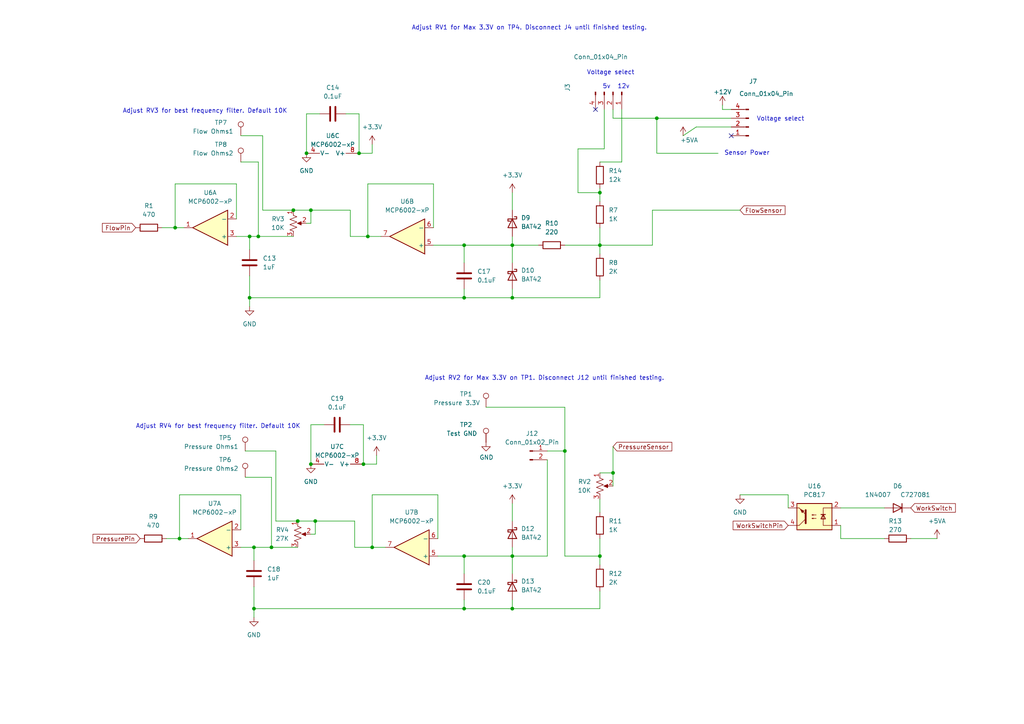
<source format=kicad_sch>
(kicad_sch (version 20231120) (generator "eeschema") (generator_version "8.0")
  (paper "A4")
  (title_block (title "Sensors") (date "2024-10-30"))
  (lib_symbols
    (symbol "RC17Symbols:1N4007" (pin_numbers hide) (pin_names hide)
      (property "Reference" "D" (at 0 2.54 0))
      (property "Value" "1N4007" (at 0 -2.54 0))
      (symbol "1N4007_0_1"
        (polyline (pts (xy -1.27 1.27) (xy -1.27 -1.27)) (stroke (width 0.254)))
        (polyline (pts (xy 1.27 0) (xy -1.27 0)))
        (polyline (pts (xy 1.27 1.27) (xy 1.27 -1.27) (xy -1.27 0) (xy 1.27 1.27)) (stroke (width 0.254)))
      )
      (symbol "1N4007_1_1"
        (pin passive line (at -3.81 0 0) (length 2.54) (name "K") (number "1"))
        (pin passive line (at 3.81 0 180) (length 2.54) (name "A") (number "2"))
      )
    )
    (symbol "RC17Symbols:BAT42" (pin_numbers hide) (pin_names (offset 1.016) hide)
      (property "Reference" "D" (at 0 2.54 0))
      (property "Value" "BAT42" (at 0 -2.54 0))
      (symbol "BAT42_0_1"
        (polyline (pts (xy 1.27 0) (xy -1.27 0)))
        (polyline (pts (xy 1.27 1.27) (xy 1.27 -1.27) (xy -1.27 0) (xy 1.27 1.27)) (stroke (width 0.254)))
        (polyline (pts (xy -1.905 0.635) (xy -1.905 1.27) (xy -1.27 1.27) (xy -1.27 -1.27) (xy -0.635 -1.27) (xy -0.635 -0.635)) (stroke (width 0.254)))
      )
      (symbol "BAT42_1_1"
        (pin passive line (at -3.81 0 0) (length 2.54) (name "K") (number "1"))
        (pin passive line (at 3.81 0 180) (length 2.54) (name "A") (number "2"))
      )
    )
    (symbol "RC17Symbols:C" (pin_numbers hide) (pin_names (offset 0.254))
      (property "Reference" "C" (at 0.635 2.54 0))
      (property "Value" "C" (at 0.635 -2.54 0))
      (symbol "C_0_1"
        (polyline (pts (xy -2.032 -0.762) (xy 2.032 -0.762)) (stroke (width 0.508)))
        (polyline (pts (xy -2.032 0.762) (xy 2.032 0.762)) (stroke (width 0.508)))
      )
      (symbol "C_1_1"
        (pin passive line (at 0 3.81 270) (length 2.794) (name "~") (number "1"))
        (pin passive line (at 0 -3.81 90) (length 2.794) (name "~") (number "2"))
      )
    )
    (symbol "RC17Symbols:Conn_01x02_Pin" (pin_names (offset 1.016) hide)
      (property "Reference" "J" (at 0 2.54 0))
      (property "Value" "Conn_01x02_Pin" (at 0 -5.08 0))
      (symbol "Conn_01x02_Pin_1_1"
        (polyline (pts (xy 1.27 -2.54) (xy 0.8636 -2.54)) (stroke (width 0.1524)))
        (polyline (pts (xy 1.27 0) (xy 0.8636 0)) (stroke (width 0.1524)))
        (rectangle (start 0.8636 -2.413) (end 0 -2.667) (stroke (width 0.1524)) (fill (type outline)))
        (rectangle (start 0.8636 0.127) (end 0 -0.127) (stroke (width 0.1524)) (fill (type outline)))
        (pin passive line (at 5.08 0 180) (length 3.81) (name "Pin_1") (number "1"))
        (pin passive line (at 5.08 -2.54 180) (length 3.81) (name "Pin_2") (number "2"))
      )
    )
    (symbol "RC17Symbols:Conn_01x04_Pin" (pin_names (offset 1.016) hide)
      (property "Reference" "J" (at 0 5.08 0))
      (property "Value" "Conn_01x04_Pin" (at 0 -7.62 0))
      (symbol "Conn_01x04_Pin_1_1"
        (polyline (pts (xy 1.27 -5.08) (xy 0.8636 -5.08)) (stroke (width 0.1524)))
        (polyline (pts (xy 1.27 -2.54) (xy 0.8636 -2.54)) (stroke (width 0.1524)))
        (polyline (pts (xy 1.27 0) (xy 0.8636 0)) (stroke (width 0.1524)))
        (polyline (pts (xy 1.27 2.54) (xy 0.8636 2.54)) (stroke (width 0.1524)))
        (rectangle (start 0.8636 -4.953) (end 0 -5.207) (stroke (width 0.1524)) (fill (type outline)))
        (rectangle (start 0.8636 -2.413) (end 0 -2.667) (stroke (width 0.1524)) (fill (type outline)))
        (rectangle (start 0.8636 0.127) (end 0 -0.127) (stroke (width 0.1524)) (fill (type outline)))
        (rectangle (start 0.8636 2.667) (end 0 2.413) (stroke (width 0.1524)) (fill (type outline)))
        (pin passive line (at 5.08 2.54 180) (length 3.81) (name "Pin_1") (number "1"))
        (pin passive line (at 5.08 0 180) (length 3.81) (name "Pin_2") (number "2"))
        (pin passive line (at 5.08 -2.54 180) (length 3.81) (name "Pin_3") (number "3"))
        (pin passive line (at 5.08 -5.08 180) (length 3.81) (name "Pin_4") (number "4"))
      )
    )
    (symbol "RC17Symbols:MCP6002-xP" (pin_names (offset 0.127))
      (property "Reference" "U" (at 0 5.08 0))
      (property "Value" "MCP6002-xP" (at 0 -5.08 0))
      (symbol "MCP6002-xP_1_1"
        (polyline (pts (xy -5.08 5.08) (xy 5.08 0) (xy -5.08 -5.08) (xy -5.08 5.08)) (stroke (width 0.254)) (fill (type background)))
        (pin output line (at 7.62 0 180) (length 2.54) (name "~") (number "1"))
        (pin input line (at -7.62 -2.54 0) (length 2.54) (name "-") (number "2"))
        (pin input line (at -7.62 2.54 0) (length 2.54) (name "+") (number "3"))
      )
      (symbol "MCP6002-xP_2_1"
        (polyline (pts (xy -5.08 5.08) (xy 5.08 0) (xy -5.08 -5.08) (xy -5.08 5.08)) (stroke (width 0.254)) (fill (type background)))
        (pin input line (at -7.62 2.54 0) (length 2.54) (name "+") (number "5"))
        (pin input line (at -7.62 -2.54 0) (length 2.54) (name "-") (number "6"))
        (pin output line (at 7.62 0 180) (length 2.54) (name "~") (number "7"))
      )
      (symbol "MCP6002-xP_3_1"
        (pin power_in line (at -2.54 -7.62 90) (length 3.81) (name "V-") (number "4"))
        (pin power_in line (at -2.54 7.62 270) (length 3.81) (name "V+") (number "8"))
      )
    )
    (symbol "RC17Symbols:PC817" (pin_names (offset 1.016))
      (property "Reference" "U" (at -5.08 5.08 0))
      (property "Value" "PC817" (at 0 5.08 0))
      (symbol "PC817_0_1"
        (rectangle (start -5.08 3.81) (end 5.08 -3.81) (stroke (width 0.254)) (fill (type background)))
        (polyline (pts (xy -3.175 -0.635) (xy -1.905 -0.635)) (stroke (width 0.254)))
        (polyline (pts (xy 2.54 0.635) (xy 4.445 2.54)))
        (polyline (pts (xy 4.445 -2.54) (xy 2.54 -0.635)) (fill (type outline)))
        (polyline (pts (xy 4.445 -2.54) (xy 5.08 -2.54)))
        (polyline (pts (xy 4.445 2.54) (xy 5.08 2.54)))
        (polyline (pts (xy -5.08 2.54) (xy -2.54 2.54) (xy -2.54 -0.635)))
        (polyline (pts (xy -2.54 -0.635) (xy -2.54 -2.54) (xy -5.08 -2.54)))
        (polyline (pts (xy 2.54 1.905) (xy 2.54 -1.905) (xy 2.54 -1.905)) (stroke (width 0.508)))
        (polyline (pts (xy -2.54 -0.635) (xy -3.175 0.635) (xy -1.905 0.635) (xy -2.54 -0.635)) (stroke (width 0.254)))
        (polyline (pts (xy -0.508 -0.508) (xy 0.762 -0.508) (xy 0.381 -0.635) (xy 0.381 -0.381) (xy 0.762 -0.508)))
        (polyline (pts (xy -0.508 0.508) (xy 0.762 0.508) (xy 0.381 0.381) (xy 0.381 0.635) (xy 0.762 0.508)))
        (polyline (pts (xy 3.048 -1.651) (xy 3.556 -1.143) (xy 4.064 -2.159) (xy 3.048 -1.651) (xy 3.048 -1.651)) (fill (type outline)))
      )
      (symbol "PC817_1_1"
        (pin passive line (at -7.62 2.54 0) (length 2.54) (name "~") (number "1"))
        (pin passive line (at -7.62 -2.54 0) (length 2.54) (name "~") (number "2"))
        (pin passive line (at 7.62 -2.54 180) (length 2.54) (name "~") (number "3"))
        (pin passive line (at 7.62 2.54 180) (length 2.54) (name "~") (number "4"))
      )
    )
    (symbol "RC17Symbols:R" (pin_numbers hide) (pin_names (offset 0))
      (property "Reference" "R" (at 2.032 0 90))
      (property "Value" "R" (at 0 0 90))
      (symbol "R_0_1"
        (rectangle (start -1.016 -2.54) (end 1.016 2.54) (stroke (width 0.254)))
      )
      (symbol "R_1_1"
        (pin passive line (at 0 3.81 270) (length 1.27) (name "~") (number "1"))
        (pin passive line (at 0 -3.81 90) (length 1.27) (name "~") (number "2"))
      )
    )
    (symbol "RC17Symbols:R_Potentiometer_US" (pin_names (offset 1.016) hide)
      (property "Reference" "RV" (at -4.445 0 90))
      (property "Value" "R_Potentiometer_US" (at -2.54 0 90))
      (symbol "R_Potentiometer_US_0_1"
        (polyline (pts (xy 0 -2.286) (xy 0 -2.54)))
        (polyline (pts (xy 0 2.54) (xy 0 2.286)))
        (polyline (pts (xy 2.54 0) (xy 1.524 0)))
        (polyline (pts (xy 1.143 0) (xy 2.286 0.508) (xy 2.286 -0.508) (xy 1.143 0)) (fill (type outline)))
        (polyline (pts (xy 0 -0.762) (xy 1.016 -1.143) (xy 0 -1.524) (xy -1.016 -1.905) (xy 0 -2.286)))
        (polyline (pts (xy 0 0.762) (xy 1.016 0.381) (xy 0 0) (xy -1.016 -0.381) (xy 0 -0.762)))
        (polyline (pts (xy 0 2.286) (xy 1.016 1.905) (xy 0 1.524) (xy -1.016 1.143) (xy 0 0.762)))
      )
      (symbol "R_Potentiometer_US_1_1"
        (pin passive line (at 0 3.81 270) (length 1.27) (name "1") (number "1"))
        (pin passive line (at 3.81 0 180) (length 1.27) (name "2") (number "2"))
        (pin passive line (at 0 -3.81 90) (length 1.27) (name "3") (number "3"))
      )
    )
    (symbol "RC17Symbols:TestPoint" (pin_numbers hide) (pin_names (offset 0.762) hide)
      (property "Reference" "TP" (at 0 6.858 0))
      (property "Value" "TestPoint" (at 0 5.08 0))
      (symbol "TestPoint_0_1"
        (circle (center 0 3.302) (radius 0.762))
      )
      (symbol "TestPoint_1_1"
        (pin passive line (at 0 0 90) (length 2.54) (name "1") (number "1"))
      )
    )
    (symbol "power:+12V" (power) (pin_names (offset 0))
      (property "Value" "+12V" (at 0 3.556 0))
      (symbol "+12V_0_1"
        (polyline (pts (xy -0.762 1.27) (xy 0 2.54)))
        (polyline (pts (xy 0 0) (xy 0 2.54)))
        (polyline (pts (xy 0 2.54) (xy 0.762 1.27)))
      )
      (symbol "+12V_1_1"
        (pin power_in line (at 0 0 90) (length 0) hide (name "+12V") (number "1"))
      )
    )
    (symbol "power:+3.3V" (power) (pin_names (offset 0))
      (property "Value" "+3.3V" (at 0 3.556 0))
      (symbol "+3.3V_0_1"
        (polyline (pts (xy -0.762 1.27) (xy 0 2.54)))
        (polyline (pts (xy 0 0) (xy 0 2.54)))
        (polyline (pts (xy 0 2.54) (xy 0.762 1.27)))
      )
      (symbol "+3.3V_1_1"
        (pin power_in line (at 0 0 90) (length 0) hide (name "+3.3V") (number "1"))
      )
    )
    (symbol "power:+5VA" (power) (pin_names (offset 0))
      (property "Value" "+5VA" (at 0 3.556 0))
      (symbol "+5VA_0_1"
        (polyline (pts (xy -0.762 1.27) (xy 0 2.54)))
        (polyline (pts (xy 0 0) (xy 0 2.54)))
        (polyline (pts (xy 0 2.54) (xy 0.762 1.27)))
      )
      (symbol "+5VA_1_1"
        (pin power_in line (at 0 0 90) (length 0) hide (name "+5VA") (number "1"))
      )
    )
    (symbol "power:GND" (power) (pin_names (offset 0))
      (property "Value" "GND" (at 0 -3.81 0))
      (symbol "GND_0_1"
        (polyline (pts (xy 0 0) (xy 0 -1.27) (xy 1.27 -1.27) (xy 0 -2.54) (xy -1.27 -1.27) (xy 0 -1.27)))
      )
      (symbol "GND_1_1"
        (pin power_in line (at 0 0 270) (length 0) hide (name "GND") (number "1"))
      )
    )
  )
  (junction (at 106.68 68.58))
  (junction (at 148.59 86.36))
  (junction (at 148.59 161.29))
  (junction (at 73.66 158.75))
  (junction (at 173.99 71.12))
  (junction (at 173.99 161.29))
  (junction (at 134.62 161.29))
  (junction (at 107.95 158.75))
  (junction (at 134.62 86.36))
  (junction (at 72.39 86.36))
  (junction (at 74.93 68.58))
  (junction (at 177.8 137.16))
  (junction (at 91.44 151.13))
  (junction (at 190.5 34.29))
  (junction (at 148.59 176.53))
  (junction (at 134.62 176.53))
  (junction (at 90.17 60.96))
  (junction (at 50.8 66.04))
  (junction (at 105.41 134.62))
  (junction (at 52.07 156.21))
  (junction (at 78.74 158.75))
  (junction (at 85.09 60.96))
  (junction (at 90.17 134.62))
  (junction (at 86.36 151.13))
  (junction (at 134.62 71.12))
  (junction (at 163.83 130.81))
  (junction (at 104.14 44.45))
  (junction (at 173.99 55.88))
  (junction (at 88.9 44.45))
  (junction (at 72.39 68.58))
  (junction (at 73.66 176.53))
  (junction (at 148.59 71.12))
  (no_connect (at 212.09 39.37))
  (no_connect (at 172.72 31.75))
  (wire (pts (xy 264.16 156.21) (xy 271.78 156.21)))
  (wire (pts (xy 180.34 31.75) (xy 180.34 46.99)))
  (wire (pts (xy 173.99 54.61) (xy 173.99 55.88)))
  (wire (pts (xy 88.9 33.02) (xy 92.71 33.02)))
  (wire (pts (xy 163.83 118.11) (xy 163.83 130.81)))
  (wire (pts (xy 102.87 158.75) (xy 107.95 158.75)))
  (wire (pts (xy 127 161.29) (xy 134.62 161.29)))
  (wire (pts (xy 72.39 86.36) (xy 134.62 86.36)))
  (wire (pts (xy 125.73 53.34) (xy 106.68 53.34)))
  (wire (pts (xy 107.95 143.51) (xy 107.95 158.75)))
  (wire (pts (xy 127 143.51) (xy 107.95 143.51)))
  (wire (pts (xy 73.66 176.53) (xy 73.66 179.07)))
  (wire (pts (xy 90.17 60.96) (xy 85.09 60.96)))
  (wire (pts (xy 73.66 176.53) (xy 134.62 176.53)))
  (wire (pts (xy 177.8 129.54) (xy 177.8 137.16)))
  (wire (pts (xy 134.62 173.99) (xy 134.62 176.53)))
  (wire (pts (xy 243.84 147.32) (xy 256.54 147.32)))
  (wire (pts (xy 163.83 161.29) (xy 173.99 161.29)))
  (wire (pts (xy 148.59 86.36) (xy 134.62 86.36)))
  (wire (pts (xy 76.2 60.96) (xy 85.09 60.96)))
  (wire (pts (xy 189.23 71.12) (xy 173.99 71.12)))
  (wire (pts (xy 88.9 64.77) (xy 90.17 64.77)))
  (wire (pts (xy 91.44 151.13) (xy 86.36 151.13)))
  (wire (pts (xy 109.22 132.08) (xy 109.22 134.62)))
  (wire (pts (xy 189.23 60.96) (xy 214.63 60.96)))
  (wire (pts (xy 158.75 130.81) (xy 163.83 130.81)))
  (wire (pts (xy 102.87 158.75) (xy 102.87 151.13)))
  (wire (pts (xy 173.99 86.36) (xy 148.59 86.36)))
  (wire (pts (xy 175.26 31.75) (xy 175.26 43.18)))
  (wire (pts (xy 125.73 71.12) (xy 134.62 71.12)))
  (wire (pts (xy 105.41 123.19) (xy 101.6 123.19)))
  (wire (pts (xy 148.59 55.88) (xy 148.59 60.96)))
  (wire (pts (xy 201.93 36.83) (xy 198.12 39.37)))
  (wire (pts (xy 173.99 73.66) (xy 173.99 71.12)))
  (wire (pts (xy 90.17 64.77) (xy 90.17 60.96)))
  (wire (pts (xy 76.2 39.37) (xy 76.2 60.96)))
  (wire (pts (xy 125.73 66.04) (xy 125.73 53.34)))
  (wire (pts (xy 101.6 60.96) (xy 90.17 60.96)))
  (wire (pts (xy 71.12 130.81) (xy 80.01 130.81)))
  (wire (pts (xy 173.99 144.78) (xy 173.99 148.59)))
  (wire (pts (xy 190.5 34.29) (xy 190.5 44.45)))
  (wire (pts (xy 52.07 143.51) (xy 52.07 156.21)))
  (wire (pts (xy 134.62 161.29) (xy 148.59 161.29)))
  (wire (pts (xy 74.93 68.58) (xy 85.09 68.58)))
  (wire (pts (xy 72.39 68.58) (xy 72.39 72.39)))
  (wire (pts (xy 90.17 154.94) (xy 91.44 154.94)))
  (wire (pts (xy 69.85 158.75) (xy 73.66 158.75)))
  (wire (pts (xy 148.59 71.12) (xy 148.59 76.2)))
  (wire (pts (xy 134.62 161.29) (xy 134.62 166.37)))
  (wire (pts (xy 212.09 36.83) (xy 201.93 36.83)))
  (wire (pts (xy 71.12 138.43) (xy 78.74 138.43)))
  (wire (pts (xy 91.44 154.94) (xy 91.44 151.13)))
  (wire (pts (xy 140.97 118.11) (xy 163.83 118.11)))
  (wire (pts (xy 46.99 66.04) (xy 50.8 66.04)))
  (wire (pts (xy 68.58 68.58) (xy 72.39 68.58)))
  (wire (pts (xy 127 156.21) (xy 127 143.51)))
  (wire (pts (xy 228.6 143.51) (xy 228.6 147.32)))
  (wire (pts (xy 106.68 53.34) (xy 106.68 68.58)))
  (wire (pts (xy 102.87 151.13) (xy 91.44 151.13)))
  (wire (pts (xy 73.66 170.18) (xy 73.66 176.53)))
  (wire (pts (xy 148.59 161.29) (xy 148.59 166.37)))
  (wire (pts (xy 209.55 31.75) (xy 209.55 30.48)))
  (wire (pts (xy 101.6 68.58) (xy 106.68 68.58)))
  (wire (pts (xy 167.64 43.18) (xy 167.64 55.88)))
  (wire (pts (xy 72.39 80.01) (xy 72.39 86.36)))
  (wire (pts (xy 109.22 134.62) (xy 105.41 134.62)))
  (wire (pts (xy 158.75 133.35) (xy 158.75 161.29)))
  (wire (pts (xy 175.26 43.18) (xy 167.64 43.18)))
  (wire (pts (xy 68.58 53.34) (xy 50.8 53.34)))
  (wire (pts (xy 69.85 39.37) (xy 76.2 39.37)))
  (wire (pts (xy 69.85 143.51) (xy 52.07 143.51)))
  (wire (pts (xy 189.23 60.96) (xy 189.23 71.12)))
  (wire (pts (xy 148.59 83.82) (xy 148.59 86.36)))
  (wire (pts (xy 167.64 55.88) (xy 173.99 55.88)))
  (wire (pts (xy 73.66 158.75) (xy 73.66 162.56)))
  (wire (pts (xy 243.84 156.21) (xy 243.84 152.4)))
  (wire (pts (xy 173.99 86.36) (xy 173.99 81.28)))
  (wire (pts (xy 101.6 68.58) (xy 101.6 60.96)))
  (wire (pts (xy 90.17 123.19) (xy 93.98 123.19)))
  (wire (pts (xy 214.63 143.51) (xy 228.6 143.51)))
  (wire (pts (xy 72.39 68.58) (xy 74.93 68.58)))
  (wire (pts (xy 177.8 31.75) (xy 177.8 34.29)))
  (wire (pts (xy 72.39 86.36) (xy 72.39 88.9)))
  (wire (pts (xy 173.99 176.53) (xy 173.99 171.45)))
  (wire (pts (xy 163.83 71.12) (xy 173.99 71.12)))
  (wire (pts (xy 148.59 68.58) (xy 148.59 71.12)))
  (wire (pts (xy 148.59 176.53) (xy 134.62 176.53)))
  (wire (pts (xy 148.59 158.75) (xy 148.59 161.29)))
  (wire (pts (xy 134.62 71.12) (xy 148.59 71.12)))
  (wire (pts (xy 78.74 158.75) (xy 86.36 158.75)))
  (wire (pts (xy 156.21 71.12) (xy 148.59 71.12)))
  (wire (pts (xy 52.07 156.21) (xy 54.61 156.21)))
  (wire (pts (xy 148.59 173.99) (xy 148.59 176.53)))
  (wire (pts (xy 78.74 138.43) (xy 78.74 158.75)))
  (wire (pts (xy 190.5 34.29) (xy 212.09 34.29)))
  (wire (pts (xy 173.99 163.83) (xy 173.99 161.29)))
  (wire (pts (xy 104.14 44.45) (xy 104.14 33.02)))
  (wire (pts (xy 80.01 130.81) (xy 80.01 151.13)))
  (wire (pts (xy 134.62 83.82) (xy 134.62 86.36)))
  (wire (pts (xy 48.26 156.21) (xy 52.07 156.21)))
  (wire (pts (xy 177.8 137.16) (xy 177.8 140.97)))
  (wire (pts (xy 173.99 71.12) (xy 173.99 66.04)))
  (wire (pts (xy 212.09 31.75) (xy 209.55 31.75)))
  (wire (pts (xy 106.68 68.58) (xy 110.49 68.58)))
  (wire (pts (xy 105.41 134.62) (xy 105.41 123.19)))
  (wire (pts (xy 50.8 53.34) (xy 50.8 66.04)))
  (wire (pts (xy 73.66 158.75) (xy 78.74 158.75)))
  (wire (pts (xy 163.83 130.81) (xy 163.83 161.29)))
  (wire (pts (xy 173.99 176.53) (xy 148.59 176.53)))
  (wire (pts (xy 208.28 44.45) (xy 190.5 44.45)))
  (wire (pts (xy 148.59 161.29) (xy 158.75 161.29)))
  (wire (pts (xy 134.62 71.12) (xy 134.62 76.2)))
  (wire (pts (xy 173.99 46.99) (xy 180.34 46.99)))
  (wire (pts (xy 69.85 46.99) (xy 74.93 46.99)))
  (wire (pts (xy 107.95 41.91) (xy 107.95 44.45)))
  (wire (pts (xy 90.17 134.62) (xy 90.17 123.19)))
  (wire (pts (xy 50.8 66.04) (xy 53.34 66.04)))
  (wire (pts (xy 68.58 63.5) (xy 68.58 53.34)))
  (wire (pts (xy 173.99 161.29) (xy 173.99 156.21)))
  (wire (pts (xy 148.59 146.05) (xy 148.59 151.13)))
  (wire (pts (xy 107.95 158.75) (xy 111.76 158.75)))
  (wire (pts (xy 173.99 55.88) (xy 173.99 58.42)))
  (wire (pts (xy 256.54 156.21) (xy 243.84 156.21)))
  (wire (pts (xy 88.9 44.45) (xy 88.9 33.02)))
  (wire (pts (xy 173.99 137.16) (xy 177.8 137.16)))
  (wire (pts (xy 104.14 33.02) (xy 100.33 33.02)))
  (wire (pts (xy 69.85 153.67) (xy 69.85 143.51)))
  (wire (pts (xy 177.8 34.29) (xy 190.5 34.29)))
  (wire (pts (xy 74.93 46.99) (xy 74.93 68.58)))
  (wire (pts (xy 107.95 44.45) (xy 104.14 44.45)))
  (wire (pts (xy 80.01 151.13) (xy 86.36 151.13)))
  (text "Voltage select" (at 219.456 35.306 0) (effects (font (size 1.27 1.27)) (justify left bottom)))
  (text "12v" (at 179.07 25.908 0) (effects (font (size 1.27 1.27)) (justify left bottom)))
  (text "Adjust RV1 for Max 3.3V on TP4. Disconnect J4 until finished testing." (at 119.38 8.89 0) (effects (font (size 1.27 1.27)) (justify left bottom)))
  (text "Adjust RV3 for best frequency filter. Default 10K" (at 35.56 33.02 0) (effects (font (size 1.27 1.27)) (justify left bottom)))
  (text "Adjust RV2 for Max 3.3V on TP1. Disconnect J12 until finished testing.\n" (at 123.19 110.49 0) (effects (font (size 1.27 1.27)) (justify left bottom)))
  (text "Sensor Power" (at 210.058 45.212 0) (effects (font (size 1.27 1.27)) (justify left bottom)))
  (text "Adjust RV4 for best frequency filter. Default 10K" (at 39.37 124.46 0) (effects (font (size 1.27 1.27)) (justify left bottom)))
  (text "Voltage select" (at 170.18 21.844 0) (effects (font (size 1.27 1.27)) (justify left bottom)))
  (text "5v" (at 174.752 25.908 0) (effects (font (size 1.27 1.27)) (justify left bottom)))
  (global_label "PressureSensor" (shape input) (at 177.8 129.54 0) (property "Intersheetrefs" "${INTERSHEET_REFS}" (effects (hide yes))))
  (global_label "PressurePin" (shape input) (at 40.64 156.21 180) (property "Intersheetrefs" "${INTERSHEET_REFS}" (effects (hide yes))))
  (global_label "WorkSwitch" (shape input) (at 264.16 147.32 0) (property "Intersheetrefs" "${INTERSHEET_REFS}" (effects (hide yes))))
  (global_label "WorkSwitchPin" (shape input) (at 228.6 152.4 180) (property "Intersheetrefs" "${INTERSHEET_REFS}" (effects (hide yes))))
  (global_label "FlowPin" (shape input) (at 39.37 66.04 180) (property "Intersheetrefs" "${INTERSHEET_REFS}" (effects (hide yes))))
  (global_label "FlowSensor" (shape input) (at 214.63 60.96 0) (property "Intersheetrefs" "${INTERSHEET_REFS}" (effects (hide yes))))
  (symbol (lib_id "power:GND") (at 140.97 128.27 0) (unit 1)
    (property "Reference" "#PWR050" (effects (hide yes)))
    (property "Value" "GND" (at 141.097 132.6642 0))
  )
  (symbol (lib_id "RC17Symbols:MCP6002-xP") (at 119.38 158.75 180) (unit 2)
    (property "Reference" "U7" (at 119.38 148.59 0))
    (property "Value" "MCP6002-xP" (at 119.38 151.13 0))
    (property "Footprint" "MCP6002:SOIC127P600X175-8N" (effects (hide yes)))
    (property "Datasheet" "http://ww1.microchip.com/downloads/en/DeviceDoc/21733j.pdf" (effects (hide yes)))
  )
  (symbol (lib_id "RC17Symbols:Conn_01x02_Pin") (at 153.67 130.81 0) (unit 1)
    (property "Reference" "J12" (at 154.305 125.73 0))
    (property "Value" "Conn_01x02_Pin" (at 154.305 128.27 0))
    (property "Footprint" "Connector_PinHeader_2.54mm:PinHeader_1x02_P2.54mm_Vertical" (effects (hide yes)))
  )
  (symbol (lib_id "RC17Symbols:TestPoint") (at 71.12 138.43 0) (unit 1)
    (property "Reference" "TP6" (at 63.5 133.35 0) (effects (justify left)))
    (property "Value" "Pressure Ohms2" (at 53.34 135.89 0) (effects (justify left)))
    (property "Footprint" "TestPoint:TestPoint_THTPad_D2.5mm_Drill1.2mm" (effects (hide yes)))
  )
  (symbol (lib_id "RC17Symbols:R_Potentiometer_US") (at 173.99 140.97 0) (unit 1)
    (property "Reference" "RV2" (at 171.45 139.7 0) (effects (justify right)))
    (property "Value" "10K" (at 171.45 142.24 0) (effects (justify right)))
    (property "Footprint" "MyFootprints:Potentiometer" (effects (hide yes)))
  )
  (symbol (lib_id "RC17Symbols:R") (at 43.18 66.04 90) (unit 1)
    (property "Reference" "R1" (at 43.18 59.69 90))
    (property "Value" "470" (at 43.18 62.23 90))
    (property "Footprint" "Capacitor_SMD:C_0603_1608Metric" (effects (hide yes)))
  )
  (symbol (lib_id "RC17Symbols:TestPoint") (at 140.97 128.27 0) (unit 1)
    (property "Reference" "TP2" (at 133.35 123.19 0) (effects (justify left)))
    (property "Value" "Test GND" (at 129.54 125.73 0) (effects (justify left)))
    (property "Footprint" "TestPoint:TestPoint_THTPad_D2.5mm_Drill1.2mm" (effects (hide yes)))
  )
  (symbol (lib_id "power:+3.3V") (at 148.59 146.05 0) (unit 1)
    (property "Reference" "#PWR051" (effects (hide yes)))
    (property "Value" "+3.3V" (at 148.59 140.97 0))
  )
  (symbol (lib_id "RC17Symbols:BAT42") (at 148.59 170.18 270) (unit 1)
    (property "Reference" "D13" (at 151.13 168.5925 90) (effects (justify left)))
    (property "Value" "BAT42" (at 151.13 171.1325 90) (effects (justify left)))
    (property "Footprint" "Diode_SMD:D_SOD-123" (effects (hide yes)))
    (property "Datasheet" "https://www.lcsc.com/product-detail/Schottky-Diodes_XZT-BAT42WS_C5805717.html" (effects (hide yes)))
  )
  (symbol (lib_id "RC17Symbols:MCP6002-xP") (at 96.52 46.99 270) (unit 3)
    (property "Reference" "U6" (at 96.52 39.37 90))
    (property "Value" "MCP6002-xP" (at 96.52 41.91 90))
    (property "Footprint" "MCP6002:SOIC127P600X175-8N" (effects (hide yes)))
    (property "Datasheet" "http://ww1.microchip.com/downloads/en/DeviceDoc/21733j.pdf" (effects (hide yes)))
  )
  (symbol (lib_id "RC17Symbols:C") (at 97.79 123.19 90) (unit 1)
    (property "Reference" "C19" (at 97.79 115.57 90))
    (property "Value" "0.1uF" (at 97.79 118.11 90))
    (property "Footprint" "Capacitor_SMD:C_0603_1608Metric" (effects (hide yes)))
  )
  (symbol (lib_id "RC17Symbols:TestPoint") (at 71.12 130.81 0) (unit 1)
    (property "Reference" "TP5" (at 63.5 127 0) (effects (justify left)))
    (property "Value" "Pressure Ohms1" (at 53.34 129.54 0) (effects (justify left)))
    (property "Footprint" "TestPoint:TestPoint_THTPad_D2.5mm_Drill1.2mm" (effects (hide yes)))
  )
  (symbol (lib_id "power:+3.3V") (at 109.22 132.08 0) (unit 1)
    (property "Reference" "#PWR049" (effects (hide yes)))
    (property "Value" "+3.3V" (at 109.22 127 0))
  )
  (symbol (lib_id "RC17Symbols:MCP6002-xP") (at 97.79 137.16 270) (unit 3)
    (property "Reference" "U7" (at 97.79 129.54 90))
    (property "Value" "MCP6002-xP" (at 97.79 132.08 90))
    (property "Footprint" "MCP6002:SOIC127P600X175-8N" (effects (hide yes)))
    (property "Datasheet" "http://ww1.microchip.com/downloads/en/DeviceDoc/21733j.pdf" (effects (hide yes)))
  )
  (symbol (lib_id "RC17Symbols:R") (at 173.99 50.8 180) (unit 1)
    (property "Reference" "R14" (at 176.53 49.53 0) (effects (justify right)))
    (property "Value" "12k" (at 176.53 52.07 0) (effects (justify right)))
    (property "Footprint" "Resistor_SMD:R_0603_1608Metric" (effects (hide yes)))
  )
  (symbol (lib_id "power:GND") (at 214.63 143.51 0) (unit 1)
    (property "Reference" "#PWR046" (effects (hide yes)))
    (property "Value" "GND" (at 214.63 148.59 0))
  )
  (symbol (lib_id "RC17Symbols:TestPoint") (at 69.85 39.37 0) (unit 1)
    (property "Reference" "TP7" (at 62.23 35.56 0) (effects (justify left)))
    (property "Value" "Flow Ohms1" (at 55.88 38.1 0) (effects (justify left)))
    (property "Footprint" "TestPoint:TestPoint_THTPad_D2.5mm_Drill1.2mm" (effects (hide yes)))
  )
  (symbol (lib_id "RC17Symbols:BAT42") (at 148.59 80.01 270) (unit 1)
    (property "Reference" "D10" (at 151.13 78.4225 90) (effects (justify left)))
    (property "Value" "BAT42" (at 151.13 80.9625 90) (effects (justify left)))
    (property "Footprint" "Diode_SMD:D_SOD-123" (effects (hide yes)))
    (property "Datasheet" "https://www.lcsc.com/product-detail/Schottky-Diodes_XZT-BAT42WS_C5805717.html" (effects (hide yes)))
  )
  (symbol (lib_id "RC17Symbols:R") (at 260.35 156.21 270) (unit 1)
    (property "Reference" "R13" (at 261.62 151.13 90) (effects (justify right)))
    (property "Value" "270" (at 261.62 153.67 90) (effects (justify right)))
    (property "Footprint" "Resistor_SMD:R_0603_1608Metric" (effects (hide yes)))
  )
  (symbol (lib_id "RC17Symbols:C") (at 72.39 76.2 0) (unit 1)
    (property "Reference" "C13" (at 76.2 74.93 0) (effects (justify left)))
    (property "Value" "1uF" (at 76.2 77.47 0) (effects (justify left)))
    (property "Footprint" "Capacitor_SMD:C_0805_2012Metric" (effects (hide yes)))
  )
  (symbol (lib_id "RC17Symbols:Conn_01x04_Pin") (at 217.17 36.83 180) (unit 1)
    (property "Reference" "J7" (at 218.44 23.622 0))
    (property "Value" "Conn_01x04_Pin" (at 222.25 27.178 0))
    (property "Footprint" "Connector_PinHeader_2.54mm:PinHeader_1x04_P2.54mm_Vertical" (effects (hide yes)))
  )
  (symbol (lib_id "RC17Symbols:C") (at 96.52 33.02 90) (unit 1)
    (property "Reference" "C14" (at 96.52 25.4 90))
    (property "Value" "0.1uF" (at 96.52 27.94 90))
    (property "Footprint" "Capacitor_SMD:C_0603_1608Metric" (effects (hide yes)))
  )
  (symbol (lib_id "RC17Symbols:PC817") (at 236.22 149.86 180) (unit 1)
    (property "Reference" "U16" (at 236.22 140.97 0))
    (property "Value" "PC817" (at 236.22 143.51 0))
    (property "Footprint" "digikey-footprints:SMD-4_4.6x7.62mm_P2.54mm" (effects (hide yes)))
    (property "Datasheet" "http://www.soselectronic.cz/a_info/resource/d/pc817.pdf" (effects (hide yes)))
  )
  (symbol (lib_id "RC17Symbols:R") (at 160.02 71.12 270) (unit 1)
    (property "Reference" "R10" (at 160.02 64.77 90))
    (property "Value" "220" (at 160.02 67.31 90))
    (property "Footprint" "Resistor_SMD:R_0603_1608Metric" (effects (hide yes)))
  )
  (symbol (lib_id "RC17Symbols:R") (at 44.45 156.21 90) (unit 1)
    (property "Reference" "R9" (at 44.45 149.86 90))
    (property "Value" "470" (at 44.45 152.4 90))
    (property "Footprint" "Capacitor_SMD:C_0603_1608Metric" (effects (hide yes)))
  )
  (symbol (lib_id "RC17Symbols:R_Potentiometer_US") (at 85.09 64.77 0) (unit 1)
    (property "Reference" "RV3" (at 82.55 63.5 0) (effects (justify right)))
    (property "Value" "10K" (at 82.55 66.04 0) (effects (justify right)))
    (property "Footprint" "MyFootprints:Potentiometer" (effects (hide yes)))
  )
  (symbol (lib_id "RC17Symbols:C") (at 73.66 166.37 0) (unit 1)
    (property "Reference" "C18" (at 77.47 165.1 0) (effects (justify left)))
    (property "Value" "1uF" (at 77.47 167.64 0) (effects (justify left)))
    (property "Footprint" "Capacitor_SMD:C_0805_2012Metric" (effects (hide yes)))
  )
  (symbol (lib_id "RC17Symbols:Conn_01x04_Pin") (at 177.8 26.67 270) (unit 1)
    (property "Reference" "J3" (at 164.592 25.4 0))
    (property "Value" "Conn_01x04_Pin" (at 174.244 16.51 90))
    (property "Footprint" "Connector_PinHeader_2.54mm:PinHeader_1x04_P2.54mm_Vertical" (effects (hide yes)))
  )
  (symbol (lib_id "RC17Symbols:R_Potentiometer_US") (at 86.36 154.94 0) (unit 1)
    (property "Reference" "RV4" (at 83.82 153.67 0) (effects (justify right)))
    (property "Value" "27K" (at 83.82 156.21 0) (effects (justify right)))
    (property "Footprint" "MyFootprints:Potentiometer" (effects (hide yes)))
  )
  (symbol (lib_id "power:+12V") (at 209.55 30.48 0) (unit 1)
    (property "Reference" "#PWR05" (effects (hide yes)))
    (property "Value" "+12V" (at 209.55 26.67 0))
  )
  (symbol (lib_id "RC17Symbols:R") (at 173.99 152.4 180) (unit 1)
    (property "Reference" "R11" (at 176.53 151.13 0) (effects (justify right)))
    (property "Value" "1K" (at 176.53 153.67 0) (effects (justify right)))
    (property "Footprint" "Resistor_SMD:R_0603_1608Metric" (effects (hide yes)))
  )
  (symbol (lib_id "RC17Symbols:R") (at 173.99 77.47 180) (unit 1)
    (property "Reference" "R8" (at 176.53 76.2 0) (effects (justify right)))
    (property "Value" "2K" (at 176.53 78.74 0) (effects (justify right)))
    (property "Footprint" "Resistor_SMD:R_0603_1608Metric" (effects (hide yes)))
  )
  (symbol (lib_id "RC17Symbols:MCP6002-xP") (at 118.11 68.58 180) (unit 2)
    (property "Reference" "U6" (at 118.11 58.42 0))
    (property "Value" "MCP6002-xP" (at 118.11 60.96 0))
    (property "Footprint" "MCP6002:SOIC127P600X175-8N" (effects (hide yes)))
    (property "Datasheet" "http://ww1.microchip.com/downloads/en/DeviceDoc/21733j.pdf" (effects (hide yes)))
  )
  (symbol (lib_id "RC17Symbols:TestPoint") (at 69.85 46.99 0) (unit 1)
    (property "Reference" "TP8" (at 62.23 41.91 0) (effects (justify left)))
    (property "Value" "Flow Ohms2" (at 55.88 44.45 0) (effects (justify left)))
    (property "Footprint" "TestPoint:TestPoint_THTPad_D2.5mm_Drill1.2mm" (effects (hide yes)))
  )
  (symbol (lib_id "RC17Symbols:MCP6002-xP") (at 60.96 66.04 180) (unit 1)
    (property "Reference" "U6" (at 60.96 55.88 0))
    (property "Value" "MCP6002-xP" (at 60.96 58.42 0))
    (property "Footprint" "MCP6002:SOIC127P600X175-8N" (effects (hide yes)))
    (property "Datasheet" "http://ww1.microchip.com/downloads/en/DeviceDoc/21733j.pdf" (effects (hide yes)))
  )
  (symbol (lib_id "power:GND") (at 90.17 134.62 0) (unit 1)
    (property "Reference" "#PWR047" (effects (hide yes)))
    (property "Value" "GND" (at 90.17 139.7 0))
  )
  (symbol (lib_id "power:GND") (at 88.9 44.45 0) (unit 1)
    (property "Reference" "#PWR01" (effects (hide yes)))
    (property "Value" "GND" (at 88.9 49.53 0))
  )
  (symbol (lib_id "RC17Symbols:C") (at 134.62 170.18 0) (unit 1)
    (property "Reference" "C20" (at 138.43 168.91 0) (effects (justify left)))
    (property "Value" "0.1uF" (at 138.43 171.45 0) (effects (justify left)))
    (property "Footprint" "Capacitor_SMD:C_0603_1608Metric" (effects (hide yes)))
  )
  (symbol (lib_id "power:+5VA") (at 271.78 156.21 0) (unit 1)
    (property "Reference" "#PWR021" (effects (hide yes)))
    (property "Value" "+5VA" (at 271.78 151.13 0))
  )
  (symbol (lib_id "RC17Symbols:R") (at 173.99 62.23 180) (unit 1)
    (property "Reference" "R7" (at 176.53 60.96 0) (effects (justify right)))
    (property "Value" "1K" (at 176.53 63.5 0) (effects (justify right)))
    (property "Footprint" "Resistor_SMD:R_0603_1608Metric" (effects (hide yes)))
  )
  (symbol (lib_id "power:GND") (at 73.66 179.07 0) (unit 1)
    (property "Reference" "#PWR048" (effects (hide yes)))
    (property "Value" "GND" (at 73.66 184.15 0))
  )
  (symbol (lib_id "power:+5VA") (at 198.12 39.37 0) (unit 1)
    (property "Reference" "#PWR07" (effects (hide yes)))
    (property "Value" "+5VA" (at 199.898 40.64 0))
  )
  (symbol (lib_id "power:GND") (at 72.39 88.9 0) (unit 1)
    (property "Reference" "#PWR06" (effects (hide yes)))
    (property "Value" "GND" (at 72.39 93.98 0))
  )
  (symbol (lib_id "RC17Symbols:TestPoint") (at 140.97 118.11 0) (unit 1)
    (property "Reference" "TP1" (at 133.35 114.3 0) (effects (justify left)))
    (property "Value" "Pressure 3.3V" (at 125.73 116.84 0) (effects (justify left)))
    (property "Footprint" "TestPoint:TestPoint_THTPad_D2.5mm_Drill1.2mm" (effects (hide yes)))
  )
  (symbol (lib_id "RC17Symbols:BAT42") (at 148.59 64.77 270) (unit 1)
    (property "Reference" "D9" (at 151.13 63.1825 90) (effects (justify left)))
    (property "Value" "BAT42" (at 151.13 65.7225 90) (effects (justify left)))
    (property "Footprint" "Diode_SMD:D_SOD-123" (effects (hide yes)))
    (property "Datasheet" "https://www.lcsc.com/product-detail/Schottky-Diodes_XZT-BAT42WS_C5805717.html" (effects (hide yes)))
  )
  (symbol (lib_id "power:+3.3V") (at 148.59 55.88 0) (unit 1)
    (property "Reference" "#PWR030" (effects (hide yes)))
    (property "Value" "+3.3V" (at 148.59 50.8 0))
  )
  (symbol (lib_id "RC17Symbols:1N4007") (at 260.35 147.32 180) (unit 1)
    (property "Reference" "D6" (at 260.35 140.97 0))
    (property "Value" "1N4007   C727081" (at 260.35 143.51 0))
    (property "Footprint" "MyFootprints:SMA(DO-214AC)" (effects (hide yes)))
    (property "Datasheet" "http://www.vishay.com/docs/88503/1n4001.pdf" (effects (hide yes)))
    (property "Sim.Device" "D" (effects (hide yes)))
    (property "Sim.Pins" "1=K 2=A" (effects (hide yes)))
  )
  (symbol (lib_id "RC17Symbols:R") (at 173.99 167.64 180) (unit 1)
    (property "Reference" "R12" (at 176.53 166.37 0) (effects (justify right)))
    (property "Value" "2K" (at 176.53 168.91 0) (effects (justify right)))
    (property "Footprint" "Resistor_SMD:R_0603_1608Metric" (effects (hide yes)))
  )
  (symbol (lib_id "RC17Symbols:MCP6002-xP") (at 62.23 156.21 180) (unit 1)
    (property "Reference" "U7" (at 62.23 146.05 0))
    (property "Value" "MCP6002-xP" (at 62.23 148.59 0))
    (property "Footprint" "MCP6002:SOIC127P600X175-8N" (effects (hide yes)))
    (property "Datasheet" "http://ww1.microchip.com/downloads/en/DeviceDoc/21733j.pdf" (effects (hide yes)))
  )
  (symbol (lib_id "RC17Symbols:BAT42") (at 148.59 154.94 270) (unit 1)
    (property "Reference" "D12" (at 151.13 153.3525 90) (effects (justify left)))
    (property "Value" "BAT42" (at 151.13 155.8925 90) (effects (justify left)))
    (property "Footprint" "Diode_SMD:D_SOD-123" (effects (hide yes)))
    (property "Datasheet" "https://www.lcsc.com/product-detail/Schottky-Diodes_XZT-BAT42WS_C5805717.html" (effects (hide yes)))
  )
  (symbol (lib_id "RC17Symbols:C") (at 134.62 80.01 0) (unit 1)
    (property "Reference" "C17" (at 138.43 78.74 0) (effects (justify left)))
    (property "Value" "0.1uF" (at 138.43 81.28 0) (effects (justify left)))
    (property "Footprint" "Capacitor_SMD:C_0603_1608Metric" (effects (hide yes)))
  )
  (symbol (lib_id "power:+3.3V") (at 107.95 41.91 0) (unit 1)
    (property "Reference" "#PWR016" (effects (hide yes)))
    (property "Value" "+3.3V" (at 107.95 36.83 0))
  )
)
</source>
